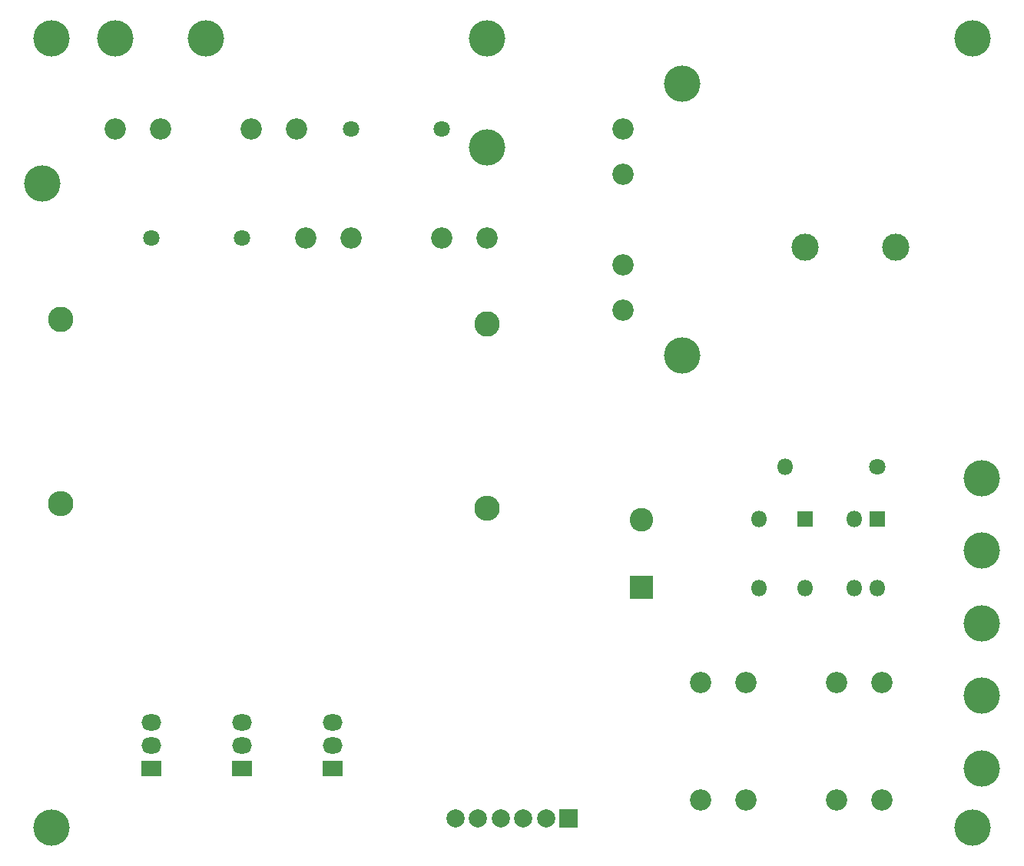
<source format=gbr>
%TF.GenerationSoftware,KiCad,Pcbnew,(5.1.7)-1*%
%TF.CreationDate,2021-11-13T12:13:23+01:00*%
%TF.ProjectId,cr-17xx-psu-board,63722d31-3778-4782-9d70-73752d626f61,rev?*%
%TF.SameCoordinates,Original*%
%TF.FileFunction,Soldermask,Top*%
%TF.FilePolarity,Negative*%
%FSLAX46Y46*%
G04 Gerber Fmt 4.6, Leading zero omitted, Abs format (unit mm)*
G04 Created by KiCad (PCBNEW (5.1.7)-1) date 2021-11-13 12:13:23*
%MOMM*%
%LPD*%
G01*
G04 APERTURE LIST*
%ADD10R,2.600000X2.600000*%
%ADD11C,2.600000*%
%ADD12C,4.000000*%
%ADD13O,1.800000X1.800000*%
%ADD14R,1.800000X1.800000*%
%ADD15R,2.200000X1.800000*%
%ADD16O,2.200000X1.800000*%
%ADD17C,1.800000*%
%ADD18C,2.350000*%
%ADD19C,2.800000*%
%ADD20O,2.800000X2.800000*%
%ADD21C,4.000500*%
%ADD22R,2.000000X2.000000*%
%ADD23C,2.000000*%
%ADD24C,3.000000*%
G04 APERTURE END LIST*
D10*
X90000000Y-84560000D03*
D11*
X90000000Y-77060000D03*
D12*
X126500000Y-24000000D03*
X25000000Y-24000000D03*
X25000000Y-111000000D03*
X126500000Y-111000000D03*
D13*
X108000000Y-84620000D03*
X102920000Y-77000000D03*
X102920000Y-84620000D03*
D14*
X108000000Y-77000000D03*
D15*
X56000000Y-104540000D03*
D16*
X56000000Y-102000000D03*
X56000000Y-99460000D03*
D14*
X116000000Y-77000000D03*
D13*
X113460000Y-84620000D03*
X113460000Y-77000000D03*
X116000000Y-84620000D03*
D17*
X116000000Y-71250000D03*
D13*
X105840000Y-71250000D03*
D15*
X46000000Y-104540000D03*
D16*
X46000000Y-102000000D03*
X46000000Y-99460000D03*
D15*
X36000000Y-104540000D03*
D16*
X36000000Y-102000000D03*
X36000000Y-99460000D03*
D18*
X68000000Y-46000000D03*
X73000000Y-46000000D03*
X58000000Y-46000000D03*
X53000000Y-46000000D03*
X37000000Y-34000000D03*
X32000000Y-34000000D03*
X47000000Y-34000000D03*
X52000000Y-34000000D03*
D19*
X26000000Y-55000000D03*
D20*
X26000000Y-75320000D03*
D19*
X73000000Y-55500000D03*
D20*
X73000000Y-75820000D03*
D17*
X46000000Y-46000000D03*
X36000000Y-46000000D03*
X58000000Y-34000000D03*
X68000000Y-34000000D03*
D21*
X24000000Y-40000000D03*
X73000000Y-36000000D03*
X32000000Y-24000000D03*
X73000000Y-24000000D03*
D18*
X88000000Y-39000000D03*
X88000000Y-34000000D03*
X88000000Y-49000000D03*
X88000000Y-54000000D03*
D22*
X82000000Y-110000000D03*
D23*
X79500000Y-110000000D03*
X77000000Y-110000000D03*
X74500000Y-110000000D03*
X72000000Y-110000000D03*
X69500000Y-110000000D03*
D18*
X111500000Y-108000000D03*
X116500000Y-108000000D03*
X101500000Y-108000000D03*
X96500000Y-108000000D03*
X111500000Y-95000000D03*
X116500000Y-95000000D03*
X101500000Y-95000000D03*
X96500000Y-95000000D03*
D21*
X42000000Y-24000000D03*
X94500000Y-59000000D03*
X94500000Y-29000000D03*
X127500000Y-104500000D03*
X127500000Y-96500000D03*
X127500000Y-88500000D03*
X127500000Y-80500000D03*
X127500000Y-72500000D03*
D24*
X118000000Y-47000000D03*
X108000000Y-47000000D03*
M02*

</source>
